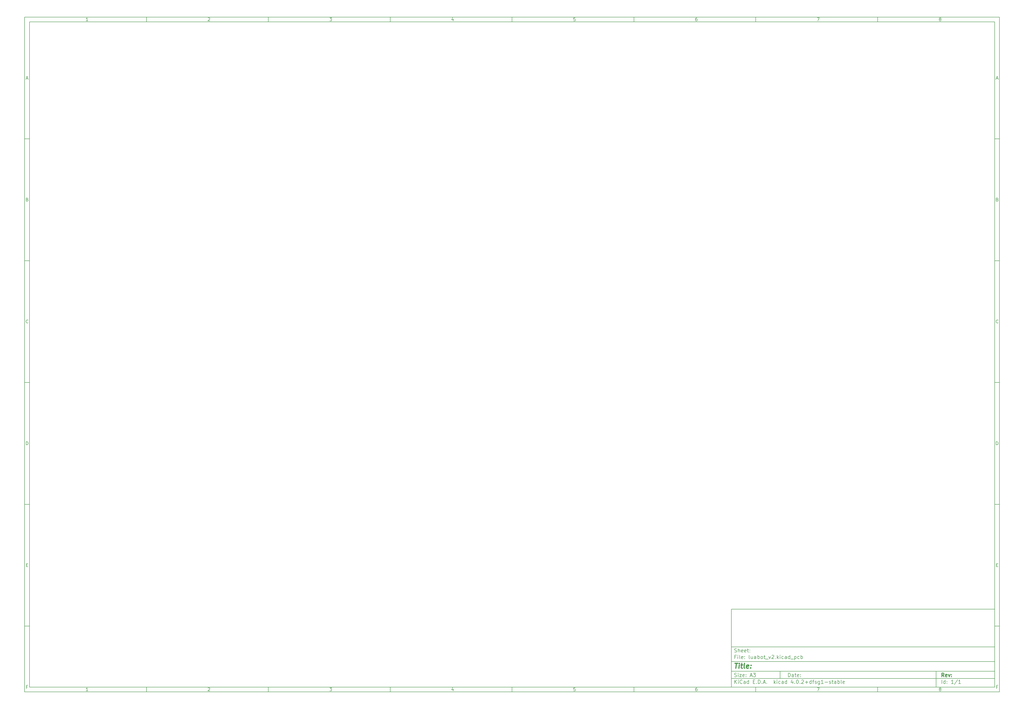
<source format=gbr>
G04 #@! TF.FileFunction,Legend,Bot*
%FSLAX46Y46*%
G04 Gerber Fmt 4.6, Leading zero omitted, Abs format (unit mm)*
G04 Created by KiCad (PCBNEW 4.0.2+dfsg1-stable) date Fri 20 May 2016 01:00:29 PM COT*
%MOMM*%
G01*
G04 APERTURE LIST*
%ADD10C,0.150000*%
%ADD11C,0.300000*%
%ADD12C,0.400000*%
G04 APERTURE END LIST*
D10*
X299989000Y-253002200D02*
X299989000Y-285002200D01*
X407989000Y-285002200D01*
X407989000Y-253002200D01*
X299989000Y-253002200D01*
X10000000Y-10000000D02*
X10000000Y-287002200D01*
X409989000Y-287002200D01*
X409989000Y-10000000D01*
X10000000Y-10000000D01*
X12000000Y-12000000D02*
X12000000Y-285002200D01*
X407989000Y-285002200D01*
X407989000Y-12000000D01*
X12000000Y-12000000D01*
X60000000Y-12000000D02*
X60000000Y-10000000D01*
X110000000Y-12000000D02*
X110000000Y-10000000D01*
X160000000Y-12000000D02*
X160000000Y-10000000D01*
X210000000Y-12000000D02*
X210000000Y-10000000D01*
X260000000Y-12000000D02*
X260000000Y-10000000D01*
X310000000Y-12000000D02*
X310000000Y-10000000D01*
X360000000Y-12000000D02*
X360000000Y-10000000D01*
X35990476Y-11588095D02*
X35247619Y-11588095D01*
X35619048Y-11588095D02*
X35619048Y-10288095D01*
X35495238Y-10473810D01*
X35371429Y-10597619D01*
X35247619Y-10659524D01*
X85247619Y-10411905D02*
X85309524Y-10350000D01*
X85433333Y-10288095D01*
X85742857Y-10288095D01*
X85866667Y-10350000D01*
X85928571Y-10411905D01*
X85990476Y-10535714D01*
X85990476Y-10659524D01*
X85928571Y-10845238D01*
X85185714Y-11588095D01*
X85990476Y-11588095D01*
X135185714Y-10288095D02*
X135990476Y-10288095D01*
X135557143Y-10783333D01*
X135742857Y-10783333D01*
X135866667Y-10845238D01*
X135928571Y-10907143D01*
X135990476Y-11030952D01*
X135990476Y-11340476D01*
X135928571Y-11464286D01*
X135866667Y-11526190D01*
X135742857Y-11588095D01*
X135371429Y-11588095D01*
X135247619Y-11526190D01*
X135185714Y-11464286D01*
X185866667Y-10721429D02*
X185866667Y-11588095D01*
X185557143Y-10226190D02*
X185247619Y-11154762D01*
X186052381Y-11154762D01*
X235928571Y-10288095D02*
X235309524Y-10288095D01*
X235247619Y-10907143D01*
X235309524Y-10845238D01*
X235433333Y-10783333D01*
X235742857Y-10783333D01*
X235866667Y-10845238D01*
X235928571Y-10907143D01*
X235990476Y-11030952D01*
X235990476Y-11340476D01*
X235928571Y-11464286D01*
X235866667Y-11526190D01*
X235742857Y-11588095D01*
X235433333Y-11588095D01*
X235309524Y-11526190D01*
X235247619Y-11464286D01*
X285866667Y-10288095D02*
X285619048Y-10288095D01*
X285495238Y-10350000D01*
X285433333Y-10411905D01*
X285309524Y-10597619D01*
X285247619Y-10845238D01*
X285247619Y-11340476D01*
X285309524Y-11464286D01*
X285371429Y-11526190D01*
X285495238Y-11588095D01*
X285742857Y-11588095D01*
X285866667Y-11526190D01*
X285928571Y-11464286D01*
X285990476Y-11340476D01*
X285990476Y-11030952D01*
X285928571Y-10907143D01*
X285866667Y-10845238D01*
X285742857Y-10783333D01*
X285495238Y-10783333D01*
X285371429Y-10845238D01*
X285309524Y-10907143D01*
X285247619Y-11030952D01*
X335185714Y-10288095D02*
X336052381Y-10288095D01*
X335495238Y-11588095D01*
X385495238Y-10845238D02*
X385371429Y-10783333D01*
X385309524Y-10721429D01*
X385247619Y-10597619D01*
X385247619Y-10535714D01*
X385309524Y-10411905D01*
X385371429Y-10350000D01*
X385495238Y-10288095D01*
X385742857Y-10288095D01*
X385866667Y-10350000D01*
X385928571Y-10411905D01*
X385990476Y-10535714D01*
X385990476Y-10597619D01*
X385928571Y-10721429D01*
X385866667Y-10783333D01*
X385742857Y-10845238D01*
X385495238Y-10845238D01*
X385371429Y-10907143D01*
X385309524Y-10969048D01*
X385247619Y-11092857D01*
X385247619Y-11340476D01*
X385309524Y-11464286D01*
X385371429Y-11526190D01*
X385495238Y-11588095D01*
X385742857Y-11588095D01*
X385866667Y-11526190D01*
X385928571Y-11464286D01*
X385990476Y-11340476D01*
X385990476Y-11092857D01*
X385928571Y-10969048D01*
X385866667Y-10907143D01*
X385742857Y-10845238D01*
X60000000Y-285002200D02*
X60000000Y-287002200D01*
X110000000Y-285002200D02*
X110000000Y-287002200D01*
X160000000Y-285002200D02*
X160000000Y-287002200D01*
X210000000Y-285002200D02*
X210000000Y-287002200D01*
X260000000Y-285002200D02*
X260000000Y-287002200D01*
X310000000Y-285002200D02*
X310000000Y-287002200D01*
X360000000Y-285002200D02*
X360000000Y-287002200D01*
X35990476Y-286590295D02*
X35247619Y-286590295D01*
X35619048Y-286590295D02*
X35619048Y-285290295D01*
X35495238Y-285476010D01*
X35371429Y-285599819D01*
X35247619Y-285661724D01*
X85247619Y-285414105D02*
X85309524Y-285352200D01*
X85433333Y-285290295D01*
X85742857Y-285290295D01*
X85866667Y-285352200D01*
X85928571Y-285414105D01*
X85990476Y-285537914D01*
X85990476Y-285661724D01*
X85928571Y-285847438D01*
X85185714Y-286590295D01*
X85990476Y-286590295D01*
X135185714Y-285290295D02*
X135990476Y-285290295D01*
X135557143Y-285785533D01*
X135742857Y-285785533D01*
X135866667Y-285847438D01*
X135928571Y-285909343D01*
X135990476Y-286033152D01*
X135990476Y-286342676D01*
X135928571Y-286466486D01*
X135866667Y-286528390D01*
X135742857Y-286590295D01*
X135371429Y-286590295D01*
X135247619Y-286528390D01*
X135185714Y-286466486D01*
X185866667Y-285723629D02*
X185866667Y-286590295D01*
X185557143Y-285228390D02*
X185247619Y-286156962D01*
X186052381Y-286156962D01*
X235928571Y-285290295D02*
X235309524Y-285290295D01*
X235247619Y-285909343D01*
X235309524Y-285847438D01*
X235433333Y-285785533D01*
X235742857Y-285785533D01*
X235866667Y-285847438D01*
X235928571Y-285909343D01*
X235990476Y-286033152D01*
X235990476Y-286342676D01*
X235928571Y-286466486D01*
X235866667Y-286528390D01*
X235742857Y-286590295D01*
X235433333Y-286590295D01*
X235309524Y-286528390D01*
X235247619Y-286466486D01*
X285866667Y-285290295D02*
X285619048Y-285290295D01*
X285495238Y-285352200D01*
X285433333Y-285414105D01*
X285309524Y-285599819D01*
X285247619Y-285847438D01*
X285247619Y-286342676D01*
X285309524Y-286466486D01*
X285371429Y-286528390D01*
X285495238Y-286590295D01*
X285742857Y-286590295D01*
X285866667Y-286528390D01*
X285928571Y-286466486D01*
X285990476Y-286342676D01*
X285990476Y-286033152D01*
X285928571Y-285909343D01*
X285866667Y-285847438D01*
X285742857Y-285785533D01*
X285495238Y-285785533D01*
X285371429Y-285847438D01*
X285309524Y-285909343D01*
X285247619Y-286033152D01*
X335185714Y-285290295D02*
X336052381Y-285290295D01*
X335495238Y-286590295D01*
X385495238Y-285847438D02*
X385371429Y-285785533D01*
X385309524Y-285723629D01*
X385247619Y-285599819D01*
X385247619Y-285537914D01*
X385309524Y-285414105D01*
X385371429Y-285352200D01*
X385495238Y-285290295D01*
X385742857Y-285290295D01*
X385866667Y-285352200D01*
X385928571Y-285414105D01*
X385990476Y-285537914D01*
X385990476Y-285599819D01*
X385928571Y-285723629D01*
X385866667Y-285785533D01*
X385742857Y-285847438D01*
X385495238Y-285847438D01*
X385371429Y-285909343D01*
X385309524Y-285971248D01*
X385247619Y-286095057D01*
X385247619Y-286342676D01*
X385309524Y-286466486D01*
X385371429Y-286528390D01*
X385495238Y-286590295D01*
X385742857Y-286590295D01*
X385866667Y-286528390D01*
X385928571Y-286466486D01*
X385990476Y-286342676D01*
X385990476Y-286095057D01*
X385928571Y-285971248D01*
X385866667Y-285909343D01*
X385742857Y-285847438D01*
X10000000Y-60000000D02*
X12000000Y-60000000D01*
X10000000Y-110000000D02*
X12000000Y-110000000D01*
X10000000Y-160000000D02*
X12000000Y-160000000D01*
X10000000Y-210000000D02*
X12000000Y-210000000D01*
X10000000Y-260000000D02*
X12000000Y-260000000D01*
X10690476Y-35216667D02*
X11309524Y-35216667D01*
X10566667Y-35588095D02*
X11000000Y-34288095D01*
X11433333Y-35588095D01*
X11092857Y-84907143D02*
X11278571Y-84969048D01*
X11340476Y-85030952D01*
X11402381Y-85154762D01*
X11402381Y-85340476D01*
X11340476Y-85464286D01*
X11278571Y-85526190D01*
X11154762Y-85588095D01*
X10659524Y-85588095D01*
X10659524Y-84288095D01*
X11092857Y-84288095D01*
X11216667Y-84350000D01*
X11278571Y-84411905D01*
X11340476Y-84535714D01*
X11340476Y-84659524D01*
X11278571Y-84783333D01*
X11216667Y-84845238D01*
X11092857Y-84907143D01*
X10659524Y-84907143D01*
X11402381Y-135464286D02*
X11340476Y-135526190D01*
X11154762Y-135588095D01*
X11030952Y-135588095D01*
X10845238Y-135526190D01*
X10721429Y-135402381D01*
X10659524Y-135278571D01*
X10597619Y-135030952D01*
X10597619Y-134845238D01*
X10659524Y-134597619D01*
X10721429Y-134473810D01*
X10845238Y-134350000D01*
X11030952Y-134288095D01*
X11154762Y-134288095D01*
X11340476Y-134350000D01*
X11402381Y-134411905D01*
X10659524Y-185588095D02*
X10659524Y-184288095D01*
X10969048Y-184288095D01*
X11154762Y-184350000D01*
X11278571Y-184473810D01*
X11340476Y-184597619D01*
X11402381Y-184845238D01*
X11402381Y-185030952D01*
X11340476Y-185278571D01*
X11278571Y-185402381D01*
X11154762Y-185526190D01*
X10969048Y-185588095D01*
X10659524Y-185588095D01*
X10721429Y-234907143D02*
X11154762Y-234907143D01*
X11340476Y-235588095D02*
X10721429Y-235588095D01*
X10721429Y-234288095D01*
X11340476Y-234288095D01*
X11185714Y-284907143D02*
X10752381Y-284907143D01*
X10752381Y-285588095D02*
X10752381Y-284288095D01*
X11371428Y-284288095D01*
X409989000Y-60000000D02*
X407989000Y-60000000D01*
X409989000Y-110000000D02*
X407989000Y-110000000D01*
X409989000Y-160000000D02*
X407989000Y-160000000D01*
X409989000Y-210000000D02*
X407989000Y-210000000D01*
X409989000Y-260000000D02*
X407989000Y-260000000D01*
X408679476Y-35216667D02*
X409298524Y-35216667D01*
X408555667Y-35588095D02*
X408989000Y-34288095D01*
X409422333Y-35588095D01*
X409081857Y-84907143D02*
X409267571Y-84969048D01*
X409329476Y-85030952D01*
X409391381Y-85154762D01*
X409391381Y-85340476D01*
X409329476Y-85464286D01*
X409267571Y-85526190D01*
X409143762Y-85588095D01*
X408648524Y-85588095D01*
X408648524Y-84288095D01*
X409081857Y-84288095D01*
X409205667Y-84350000D01*
X409267571Y-84411905D01*
X409329476Y-84535714D01*
X409329476Y-84659524D01*
X409267571Y-84783333D01*
X409205667Y-84845238D01*
X409081857Y-84907143D01*
X408648524Y-84907143D01*
X409391381Y-135464286D02*
X409329476Y-135526190D01*
X409143762Y-135588095D01*
X409019952Y-135588095D01*
X408834238Y-135526190D01*
X408710429Y-135402381D01*
X408648524Y-135278571D01*
X408586619Y-135030952D01*
X408586619Y-134845238D01*
X408648524Y-134597619D01*
X408710429Y-134473810D01*
X408834238Y-134350000D01*
X409019952Y-134288095D01*
X409143762Y-134288095D01*
X409329476Y-134350000D01*
X409391381Y-134411905D01*
X408648524Y-185588095D02*
X408648524Y-184288095D01*
X408958048Y-184288095D01*
X409143762Y-184350000D01*
X409267571Y-184473810D01*
X409329476Y-184597619D01*
X409391381Y-184845238D01*
X409391381Y-185030952D01*
X409329476Y-185278571D01*
X409267571Y-185402381D01*
X409143762Y-185526190D01*
X408958048Y-185588095D01*
X408648524Y-185588095D01*
X408710429Y-234907143D02*
X409143762Y-234907143D01*
X409329476Y-235588095D02*
X408710429Y-235588095D01*
X408710429Y-234288095D01*
X409329476Y-234288095D01*
X409174714Y-284907143D02*
X408741381Y-284907143D01*
X408741381Y-285588095D02*
X408741381Y-284288095D01*
X409360428Y-284288095D01*
X323346143Y-280780771D02*
X323346143Y-279280771D01*
X323703286Y-279280771D01*
X323917571Y-279352200D01*
X324060429Y-279495057D01*
X324131857Y-279637914D01*
X324203286Y-279923629D01*
X324203286Y-280137914D01*
X324131857Y-280423629D01*
X324060429Y-280566486D01*
X323917571Y-280709343D01*
X323703286Y-280780771D01*
X323346143Y-280780771D01*
X325489000Y-280780771D02*
X325489000Y-279995057D01*
X325417571Y-279852200D01*
X325274714Y-279780771D01*
X324989000Y-279780771D01*
X324846143Y-279852200D01*
X325489000Y-280709343D02*
X325346143Y-280780771D01*
X324989000Y-280780771D01*
X324846143Y-280709343D01*
X324774714Y-280566486D01*
X324774714Y-280423629D01*
X324846143Y-280280771D01*
X324989000Y-280209343D01*
X325346143Y-280209343D01*
X325489000Y-280137914D01*
X325989000Y-279780771D02*
X326560429Y-279780771D01*
X326203286Y-279280771D02*
X326203286Y-280566486D01*
X326274714Y-280709343D01*
X326417572Y-280780771D01*
X326560429Y-280780771D01*
X327631857Y-280709343D02*
X327489000Y-280780771D01*
X327203286Y-280780771D01*
X327060429Y-280709343D01*
X326989000Y-280566486D01*
X326989000Y-279995057D01*
X327060429Y-279852200D01*
X327203286Y-279780771D01*
X327489000Y-279780771D01*
X327631857Y-279852200D01*
X327703286Y-279995057D01*
X327703286Y-280137914D01*
X326989000Y-280280771D01*
X328346143Y-280637914D02*
X328417571Y-280709343D01*
X328346143Y-280780771D01*
X328274714Y-280709343D01*
X328346143Y-280637914D01*
X328346143Y-280780771D01*
X328346143Y-279852200D02*
X328417571Y-279923629D01*
X328346143Y-279995057D01*
X328274714Y-279923629D01*
X328346143Y-279852200D01*
X328346143Y-279995057D01*
X299989000Y-281502200D02*
X407989000Y-281502200D01*
X301346143Y-283580771D02*
X301346143Y-282080771D01*
X302203286Y-283580771D02*
X301560429Y-282723629D01*
X302203286Y-282080771D02*
X301346143Y-282937914D01*
X302846143Y-283580771D02*
X302846143Y-282580771D01*
X302846143Y-282080771D02*
X302774714Y-282152200D01*
X302846143Y-282223629D01*
X302917571Y-282152200D01*
X302846143Y-282080771D01*
X302846143Y-282223629D01*
X304417572Y-283437914D02*
X304346143Y-283509343D01*
X304131857Y-283580771D01*
X303989000Y-283580771D01*
X303774715Y-283509343D01*
X303631857Y-283366486D01*
X303560429Y-283223629D01*
X303489000Y-282937914D01*
X303489000Y-282723629D01*
X303560429Y-282437914D01*
X303631857Y-282295057D01*
X303774715Y-282152200D01*
X303989000Y-282080771D01*
X304131857Y-282080771D01*
X304346143Y-282152200D01*
X304417572Y-282223629D01*
X305703286Y-283580771D02*
X305703286Y-282795057D01*
X305631857Y-282652200D01*
X305489000Y-282580771D01*
X305203286Y-282580771D01*
X305060429Y-282652200D01*
X305703286Y-283509343D02*
X305560429Y-283580771D01*
X305203286Y-283580771D01*
X305060429Y-283509343D01*
X304989000Y-283366486D01*
X304989000Y-283223629D01*
X305060429Y-283080771D01*
X305203286Y-283009343D01*
X305560429Y-283009343D01*
X305703286Y-282937914D01*
X307060429Y-283580771D02*
X307060429Y-282080771D01*
X307060429Y-283509343D02*
X306917572Y-283580771D01*
X306631858Y-283580771D01*
X306489000Y-283509343D01*
X306417572Y-283437914D01*
X306346143Y-283295057D01*
X306346143Y-282866486D01*
X306417572Y-282723629D01*
X306489000Y-282652200D01*
X306631858Y-282580771D01*
X306917572Y-282580771D01*
X307060429Y-282652200D01*
X308917572Y-282795057D02*
X309417572Y-282795057D01*
X309631858Y-283580771D02*
X308917572Y-283580771D01*
X308917572Y-282080771D01*
X309631858Y-282080771D01*
X310274715Y-283437914D02*
X310346143Y-283509343D01*
X310274715Y-283580771D01*
X310203286Y-283509343D01*
X310274715Y-283437914D01*
X310274715Y-283580771D01*
X310989001Y-283580771D02*
X310989001Y-282080771D01*
X311346144Y-282080771D01*
X311560429Y-282152200D01*
X311703287Y-282295057D01*
X311774715Y-282437914D01*
X311846144Y-282723629D01*
X311846144Y-282937914D01*
X311774715Y-283223629D01*
X311703287Y-283366486D01*
X311560429Y-283509343D01*
X311346144Y-283580771D01*
X310989001Y-283580771D01*
X312489001Y-283437914D02*
X312560429Y-283509343D01*
X312489001Y-283580771D01*
X312417572Y-283509343D01*
X312489001Y-283437914D01*
X312489001Y-283580771D01*
X313131858Y-283152200D02*
X313846144Y-283152200D01*
X312989001Y-283580771D02*
X313489001Y-282080771D01*
X313989001Y-283580771D01*
X314489001Y-283437914D02*
X314560429Y-283509343D01*
X314489001Y-283580771D01*
X314417572Y-283509343D01*
X314489001Y-283437914D01*
X314489001Y-283580771D01*
X317489001Y-283580771D02*
X317489001Y-282080771D01*
X317631858Y-283009343D02*
X318060429Y-283580771D01*
X318060429Y-282580771D02*
X317489001Y-283152200D01*
X318703287Y-283580771D02*
X318703287Y-282580771D01*
X318703287Y-282080771D02*
X318631858Y-282152200D01*
X318703287Y-282223629D01*
X318774715Y-282152200D01*
X318703287Y-282080771D01*
X318703287Y-282223629D01*
X320060430Y-283509343D02*
X319917573Y-283580771D01*
X319631859Y-283580771D01*
X319489001Y-283509343D01*
X319417573Y-283437914D01*
X319346144Y-283295057D01*
X319346144Y-282866486D01*
X319417573Y-282723629D01*
X319489001Y-282652200D01*
X319631859Y-282580771D01*
X319917573Y-282580771D01*
X320060430Y-282652200D01*
X321346144Y-283580771D02*
X321346144Y-282795057D01*
X321274715Y-282652200D01*
X321131858Y-282580771D01*
X320846144Y-282580771D01*
X320703287Y-282652200D01*
X321346144Y-283509343D02*
X321203287Y-283580771D01*
X320846144Y-283580771D01*
X320703287Y-283509343D01*
X320631858Y-283366486D01*
X320631858Y-283223629D01*
X320703287Y-283080771D01*
X320846144Y-283009343D01*
X321203287Y-283009343D01*
X321346144Y-282937914D01*
X322703287Y-283580771D02*
X322703287Y-282080771D01*
X322703287Y-283509343D02*
X322560430Y-283580771D01*
X322274716Y-283580771D01*
X322131858Y-283509343D01*
X322060430Y-283437914D01*
X321989001Y-283295057D01*
X321989001Y-282866486D01*
X322060430Y-282723629D01*
X322131858Y-282652200D01*
X322274716Y-282580771D01*
X322560430Y-282580771D01*
X322703287Y-282652200D01*
X325203287Y-282580771D02*
X325203287Y-283580771D01*
X324846144Y-282009343D02*
X324489001Y-283080771D01*
X325417573Y-283080771D01*
X325989001Y-283437914D02*
X326060429Y-283509343D01*
X325989001Y-283580771D01*
X325917572Y-283509343D01*
X325989001Y-283437914D01*
X325989001Y-283580771D01*
X326989001Y-282080771D02*
X327131858Y-282080771D01*
X327274715Y-282152200D01*
X327346144Y-282223629D01*
X327417573Y-282366486D01*
X327489001Y-282652200D01*
X327489001Y-283009343D01*
X327417573Y-283295057D01*
X327346144Y-283437914D01*
X327274715Y-283509343D01*
X327131858Y-283580771D01*
X326989001Y-283580771D01*
X326846144Y-283509343D01*
X326774715Y-283437914D01*
X326703287Y-283295057D01*
X326631858Y-283009343D01*
X326631858Y-282652200D01*
X326703287Y-282366486D01*
X326774715Y-282223629D01*
X326846144Y-282152200D01*
X326989001Y-282080771D01*
X328131858Y-283437914D02*
X328203286Y-283509343D01*
X328131858Y-283580771D01*
X328060429Y-283509343D01*
X328131858Y-283437914D01*
X328131858Y-283580771D01*
X328774715Y-282223629D02*
X328846144Y-282152200D01*
X328989001Y-282080771D01*
X329346144Y-282080771D01*
X329489001Y-282152200D01*
X329560430Y-282223629D01*
X329631858Y-282366486D01*
X329631858Y-282509343D01*
X329560430Y-282723629D01*
X328703287Y-283580771D01*
X329631858Y-283580771D01*
X330274715Y-283009343D02*
X331417572Y-283009343D01*
X330846143Y-283580771D02*
X330846143Y-282437914D01*
X332774715Y-283580771D02*
X332774715Y-282080771D01*
X332774715Y-283509343D02*
X332631858Y-283580771D01*
X332346144Y-283580771D01*
X332203286Y-283509343D01*
X332131858Y-283437914D01*
X332060429Y-283295057D01*
X332060429Y-282866486D01*
X332131858Y-282723629D01*
X332203286Y-282652200D01*
X332346144Y-282580771D01*
X332631858Y-282580771D01*
X332774715Y-282652200D01*
X333274715Y-282580771D02*
X333846144Y-282580771D01*
X333489001Y-283580771D02*
X333489001Y-282295057D01*
X333560429Y-282152200D01*
X333703287Y-282080771D01*
X333846144Y-282080771D01*
X334274715Y-283509343D02*
X334417572Y-283580771D01*
X334703287Y-283580771D01*
X334846144Y-283509343D01*
X334917572Y-283366486D01*
X334917572Y-283295057D01*
X334846144Y-283152200D01*
X334703287Y-283080771D01*
X334489001Y-283080771D01*
X334346144Y-283009343D01*
X334274715Y-282866486D01*
X334274715Y-282795057D01*
X334346144Y-282652200D01*
X334489001Y-282580771D01*
X334703287Y-282580771D01*
X334846144Y-282652200D01*
X336203287Y-282580771D02*
X336203287Y-283795057D01*
X336131858Y-283937914D01*
X336060430Y-284009343D01*
X335917573Y-284080771D01*
X335703287Y-284080771D01*
X335560430Y-284009343D01*
X336203287Y-283509343D02*
X336060430Y-283580771D01*
X335774716Y-283580771D01*
X335631858Y-283509343D01*
X335560430Y-283437914D01*
X335489001Y-283295057D01*
X335489001Y-282866486D01*
X335560430Y-282723629D01*
X335631858Y-282652200D01*
X335774716Y-282580771D01*
X336060430Y-282580771D01*
X336203287Y-282652200D01*
X337703287Y-283580771D02*
X336846144Y-283580771D01*
X337274716Y-283580771D02*
X337274716Y-282080771D01*
X337131859Y-282295057D01*
X336989001Y-282437914D01*
X336846144Y-282509343D01*
X338346144Y-283009343D02*
X339489001Y-283009343D01*
X340131858Y-283509343D02*
X340274715Y-283580771D01*
X340560430Y-283580771D01*
X340703287Y-283509343D01*
X340774715Y-283366486D01*
X340774715Y-283295057D01*
X340703287Y-283152200D01*
X340560430Y-283080771D01*
X340346144Y-283080771D01*
X340203287Y-283009343D01*
X340131858Y-282866486D01*
X340131858Y-282795057D01*
X340203287Y-282652200D01*
X340346144Y-282580771D01*
X340560430Y-282580771D01*
X340703287Y-282652200D01*
X341203287Y-282580771D02*
X341774716Y-282580771D01*
X341417573Y-282080771D02*
X341417573Y-283366486D01*
X341489001Y-283509343D01*
X341631859Y-283580771D01*
X341774716Y-283580771D01*
X342917573Y-283580771D02*
X342917573Y-282795057D01*
X342846144Y-282652200D01*
X342703287Y-282580771D01*
X342417573Y-282580771D01*
X342274716Y-282652200D01*
X342917573Y-283509343D02*
X342774716Y-283580771D01*
X342417573Y-283580771D01*
X342274716Y-283509343D01*
X342203287Y-283366486D01*
X342203287Y-283223629D01*
X342274716Y-283080771D01*
X342417573Y-283009343D01*
X342774716Y-283009343D01*
X342917573Y-282937914D01*
X343631859Y-283580771D02*
X343631859Y-282080771D01*
X343631859Y-282652200D02*
X343774716Y-282580771D01*
X344060430Y-282580771D01*
X344203287Y-282652200D01*
X344274716Y-282723629D01*
X344346145Y-282866486D01*
X344346145Y-283295057D01*
X344274716Y-283437914D01*
X344203287Y-283509343D01*
X344060430Y-283580771D01*
X343774716Y-283580771D01*
X343631859Y-283509343D01*
X345203288Y-283580771D02*
X345060430Y-283509343D01*
X344989002Y-283366486D01*
X344989002Y-282080771D01*
X346346144Y-283509343D02*
X346203287Y-283580771D01*
X345917573Y-283580771D01*
X345774716Y-283509343D01*
X345703287Y-283366486D01*
X345703287Y-282795057D01*
X345774716Y-282652200D01*
X345917573Y-282580771D01*
X346203287Y-282580771D01*
X346346144Y-282652200D01*
X346417573Y-282795057D01*
X346417573Y-282937914D01*
X345703287Y-283080771D01*
X299989000Y-278502200D02*
X407989000Y-278502200D01*
D11*
X387203286Y-280780771D02*
X386703286Y-280066486D01*
X386346143Y-280780771D02*
X386346143Y-279280771D01*
X386917571Y-279280771D01*
X387060429Y-279352200D01*
X387131857Y-279423629D01*
X387203286Y-279566486D01*
X387203286Y-279780771D01*
X387131857Y-279923629D01*
X387060429Y-279995057D01*
X386917571Y-280066486D01*
X386346143Y-280066486D01*
X388417571Y-280709343D02*
X388274714Y-280780771D01*
X387989000Y-280780771D01*
X387846143Y-280709343D01*
X387774714Y-280566486D01*
X387774714Y-279995057D01*
X387846143Y-279852200D01*
X387989000Y-279780771D01*
X388274714Y-279780771D01*
X388417571Y-279852200D01*
X388489000Y-279995057D01*
X388489000Y-280137914D01*
X387774714Y-280280771D01*
X388989000Y-279780771D02*
X389346143Y-280780771D01*
X389703285Y-279780771D01*
X390274714Y-280637914D02*
X390346142Y-280709343D01*
X390274714Y-280780771D01*
X390203285Y-280709343D01*
X390274714Y-280637914D01*
X390274714Y-280780771D01*
X390274714Y-279852200D02*
X390346142Y-279923629D01*
X390274714Y-279995057D01*
X390203285Y-279923629D01*
X390274714Y-279852200D01*
X390274714Y-279995057D01*
D10*
X301274714Y-280709343D02*
X301489000Y-280780771D01*
X301846143Y-280780771D01*
X301989000Y-280709343D01*
X302060429Y-280637914D01*
X302131857Y-280495057D01*
X302131857Y-280352200D01*
X302060429Y-280209343D01*
X301989000Y-280137914D01*
X301846143Y-280066486D01*
X301560429Y-279995057D01*
X301417571Y-279923629D01*
X301346143Y-279852200D01*
X301274714Y-279709343D01*
X301274714Y-279566486D01*
X301346143Y-279423629D01*
X301417571Y-279352200D01*
X301560429Y-279280771D01*
X301917571Y-279280771D01*
X302131857Y-279352200D01*
X302774714Y-280780771D02*
X302774714Y-279780771D01*
X302774714Y-279280771D02*
X302703285Y-279352200D01*
X302774714Y-279423629D01*
X302846142Y-279352200D01*
X302774714Y-279280771D01*
X302774714Y-279423629D01*
X303346143Y-279780771D02*
X304131857Y-279780771D01*
X303346143Y-280780771D01*
X304131857Y-280780771D01*
X305274714Y-280709343D02*
X305131857Y-280780771D01*
X304846143Y-280780771D01*
X304703286Y-280709343D01*
X304631857Y-280566486D01*
X304631857Y-279995057D01*
X304703286Y-279852200D01*
X304846143Y-279780771D01*
X305131857Y-279780771D01*
X305274714Y-279852200D01*
X305346143Y-279995057D01*
X305346143Y-280137914D01*
X304631857Y-280280771D01*
X305989000Y-280637914D02*
X306060428Y-280709343D01*
X305989000Y-280780771D01*
X305917571Y-280709343D01*
X305989000Y-280637914D01*
X305989000Y-280780771D01*
X305989000Y-279852200D02*
X306060428Y-279923629D01*
X305989000Y-279995057D01*
X305917571Y-279923629D01*
X305989000Y-279852200D01*
X305989000Y-279995057D01*
X307774714Y-280352200D02*
X308489000Y-280352200D01*
X307631857Y-280780771D02*
X308131857Y-279280771D01*
X308631857Y-280780771D01*
X308989000Y-279280771D02*
X309917571Y-279280771D01*
X309417571Y-279852200D01*
X309631857Y-279852200D01*
X309774714Y-279923629D01*
X309846143Y-279995057D01*
X309917571Y-280137914D01*
X309917571Y-280495057D01*
X309846143Y-280637914D01*
X309774714Y-280709343D01*
X309631857Y-280780771D01*
X309203285Y-280780771D01*
X309060428Y-280709343D01*
X308989000Y-280637914D01*
X386346143Y-283580771D02*
X386346143Y-282080771D01*
X387703286Y-283580771D02*
X387703286Y-282080771D01*
X387703286Y-283509343D02*
X387560429Y-283580771D01*
X387274715Y-283580771D01*
X387131857Y-283509343D01*
X387060429Y-283437914D01*
X386989000Y-283295057D01*
X386989000Y-282866486D01*
X387060429Y-282723629D01*
X387131857Y-282652200D01*
X387274715Y-282580771D01*
X387560429Y-282580771D01*
X387703286Y-282652200D01*
X388417572Y-283437914D02*
X388489000Y-283509343D01*
X388417572Y-283580771D01*
X388346143Y-283509343D01*
X388417572Y-283437914D01*
X388417572Y-283580771D01*
X388417572Y-282652200D02*
X388489000Y-282723629D01*
X388417572Y-282795057D01*
X388346143Y-282723629D01*
X388417572Y-282652200D01*
X388417572Y-282795057D01*
X391060429Y-283580771D02*
X390203286Y-283580771D01*
X390631858Y-283580771D02*
X390631858Y-282080771D01*
X390489001Y-282295057D01*
X390346143Y-282437914D01*
X390203286Y-282509343D01*
X392774714Y-282009343D02*
X391489000Y-283937914D01*
X394060429Y-283580771D02*
X393203286Y-283580771D01*
X393631858Y-283580771D02*
X393631858Y-282080771D01*
X393489001Y-282295057D01*
X393346143Y-282437914D01*
X393203286Y-282509343D01*
X299989000Y-274502200D02*
X407989000Y-274502200D01*
D12*
X301441381Y-275206962D02*
X302584238Y-275206962D01*
X301762810Y-277206962D02*
X302012810Y-275206962D01*
X303000905Y-277206962D02*
X303167571Y-275873629D01*
X303250905Y-275206962D02*
X303143762Y-275302200D01*
X303227095Y-275397438D01*
X303334239Y-275302200D01*
X303250905Y-275206962D01*
X303227095Y-275397438D01*
X303834238Y-275873629D02*
X304596143Y-275873629D01*
X304203286Y-275206962D02*
X303989000Y-276921248D01*
X304060430Y-277111724D01*
X304239001Y-277206962D01*
X304429477Y-277206962D01*
X305381858Y-277206962D02*
X305203287Y-277111724D01*
X305131857Y-276921248D01*
X305346143Y-275206962D01*
X306917572Y-277111724D02*
X306715191Y-277206962D01*
X306334239Y-277206962D01*
X306155667Y-277111724D01*
X306084238Y-276921248D01*
X306179476Y-276159343D01*
X306298524Y-275968867D01*
X306500905Y-275873629D01*
X306881857Y-275873629D01*
X307060429Y-275968867D01*
X307131857Y-276159343D01*
X307108048Y-276349819D01*
X306131857Y-276540295D01*
X307881857Y-277016486D02*
X307965192Y-277111724D01*
X307858048Y-277206962D01*
X307774715Y-277111724D01*
X307881857Y-277016486D01*
X307858048Y-277206962D01*
X308012810Y-275968867D02*
X308096144Y-276064105D01*
X307989000Y-276159343D01*
X307905667Y-276064105D01*
X308012810Y-275968867D01*
X307989000Y-276159343D01*
D10*
X301846143Y-272595057D02*
X301346143Y-272595057D01*
X301346143Y-273380771D02*
X301346143Y-271880771D01*
X302060429Y-271880771D01*
X302631857Y-273380771D02*
X302631857Y-272380771D01*
X302631857Y-271880771D02*
X302560428Y-271952200D01*
X302631857Y-272023629D01*
X302703285Y-271952200D01*
X302631857Y-271880771D01*
X302631857Y-272023629D01*
X303560429Y-273380771D02*
X303417571Y-273309343D01*
X303346143Y-273166486D01*
X303346143Y-271880771D01*
X304703285Y-273309343D02*
X304560428Y-273380771D01*
X304274714Y-273380771D01*
X304131857Y-273309343D01*
X304060428Y-273166486D01*
X304060428Y-272595057D01*
X304131857Y-272452200D01*
X304274714Y-272380771D01*
X304560428Y-272380771D01*
X304703285Y-272452200D01*
X304774714Y-272595057D01*
X304774714Y-272737914D01*
X304060428Y-272880771D01*
X305417571Y-273237914D02*
X305488999Y-273309343D01*
X305417571Y-273380771D01*
X305346142Y-273309343D01*
X305417571Y-273237914D01*
X305417571Y-273380771D01*
X305417571Y-272452200D02*
X305488999Y-272523629D01*
X305417571Y-272595057D01*
X305346142Y-272523629D01*
X305417571Y-272452200D01*
X305417571Y-272595057D01*
X307489000Y-273380771D02*
X307346142Y-273309343D01*
X307274714Y-273166486D01*
X307274714Y-271880771D01*
X308703285Y-272380771D02*
X308703285Y-273380771D01*
X308060428Y-272380771D02*
X308060428Y-273166486D01*
X308131856Y-273309343D01*
X308274714Y-273380771D01*
X308488999Y-273380771D01*
X308631856Y-273309343D01*
X308703285Y-273237914D01*
X310060428Y-273380771D02*
X310060428Y-272595057D01*
X309988999Y-272452200D01*
X309846142Y-272380771D01*
X309560428Y-272380771D01*
X309417571Y-272452200D01*
X310060428Y-273309343D02*
X309917571Y-273380771D01*
X309560428Y-273380771D01*
X309417571Y-273309343D01*
X309346142Y-273166486D01*
X309346142Y-273023629D01*
X309417571Y-272880771D01*
X309560428Y-272809343D01*
X309917571Y-272809343D01*
X310060428Y-272737914D01*
X310774714Y-273380771D02*
X310774714Y-271880771D01*
X310774714Y-272452200D02*
X310917571Y-272380771D01*
X311203285Y-272380771D01*
X311346142Y-272452200D01*
X311417571Y-272523629D01*
X311489000Y-272666486D01*
X311489000Y-273095057D01*
X311417571Y-273237914D01*
X311346142Y-273309343D01*
X311203285Y-273380771D01*
X310917571Y-273380771D01*
X310774714Y-273309343D01*
X312346143Y-273380771D02*
X312203285Y-273309343D01*
X312131857Y-273237914D01*
X312060428Y-273095057D01*
X312060428Y-272666486D01*
X312131857Y-272523629D01*
X312203285Y-272452200D01*
X312346143Y-272380771D01*
X312560428Y-272380771D01*
X312703285Y-272452200D01*
X312774714Y-272523629D01*
X312846143Y-272666486D01*
X312846143Y-273095057D01*
X312774714Y-273237914D01*
X312703285Y-273309343D01*
X312560428Y-273380771D01*
X312346143Y-273380771D01*
X313274714Y-272380771D02*
X313846143Y-272380771D01*
X313489000Y-271880771D02*
X313489000Y-273166486D01*
X313560428Y-273309343D01*
X313703286Y-273380771D01*
X313846143Y-273380771D01*
X313989000Y-273523629D02*
X315131857Y-273523629D01*
X315346143Y-272380771D02*
X315703286Y-273380771D01*
X316060428Y-272380771D01*
X316560428Y-272023629D02*
X316631857Y-271952200D01*
X316774714Y-271880771D01*
X317131857Y-271880771D01*
X317274714Y-271952200D01*
X317346143Y-272023629D01*
X317417571Y-272166486D01*
X317417571Y-272309343D01*
X317346143Y-272523629D01*
X316489000Y-273380771D01*
X317417571Y-273380771D01*
X318060428Y-273237914D02*
X318131856Y-273309343D01*
X318060428Y-273380771D01*
X317988999Y-273309343D01*
X318060428Y-273237914D01*
X318060428Y-273380771D01*
X318774714Y-273380771D02*
X318774714Y-271880771D01*
X318917571Y-272809343D02*
X319346142Y-273380771D01*
X319346142Y-272380771D02*
X318774714Y-272952200D01*
X319989000Y-273380771D02*
X319989000Y-272380771D01*
X319989000Y-271880771D02*
X319917571Y-271952200D01*
X319989000Y-272023629D01*
X320060428Y-271952200D01*
X319989000Y-271880771D01*
X319989000Y-272023629D01*
X321346143Y-273309343D02*
X321203286Y-273380771D01*
X320917572Y-273380771D01*
X320774714Y-273309343D01*
X320703286Y-273237914D01*
X320631857Y-273095057D01*
X320631857Y-272666486D01*
X320703286Y-272523629D01*
X320774714Y-272452200D01*
X320917572Y-272380771D01*
X321203286Y-272380771D01*
X321346143Y-272452200D01*
X322631857Y-273380771D02*
X322631857Y-272595057D01*
X322560428Y-272452200D01*
X322417571Y-272380771D01*
X322131857Y-272380771D01*
X321989000Y-272452200D01*
X322631857Y-273309343D02*
X322489000Y-273380771D01*
X322131857Y-273380771D01*
X321989000Y-273309343D01*
X321917571Y-273166486D01*
X321917571Y-273023629D01*
X321989000Y-272880771D01*
X322131857Y-272809343D01*
X322489000Y-272809343D01*
X322631857Y-272737914D01*
X323989000Y-273380771D02*
X323989000Y-271880771D01*
X323989000Y-273309343D02*
X323846143Y-273380771D01*
X323560429Y-273380771D01*
X323417571Y-273309343D01*
X323346143Y-273237914D01*
X323274714Y-273095057D01*
X323274714Y-272666486D01*
X323346143Y-272523629D01*
X323417571Y-272452200D01*
X323560429Y-272380771D01*
X323846143Y-272380771D01*
X323989000Y-272452200D01*
X324346143Y-273523629D02*
X325489000Y-273523629D01*
X325846143Y-272380771D02*
X325846143Y-273880771D01*
X325846143Y-272452200D02*
X325989000Y-272380771D01*
X326274714Y-272380771D01*
X326417571Y-272452200D01*
X326489000Y-272523629D01*
X326560429Y-272666486D01*
X326560429Y-273095057D01*
X326489000Y-273237914D01*
X326417571Y-273309343D01*
X326274714Y-273380771D01*
X325989000Y-273380771D01*
X325846143Y-273309343D01*
X327846143Y-273309343D02*
X327703286Y-273380771D01*
X327417572Y-273380771D01*
X327274714Y-273309343D01*
X327203286Y-273237914D01*
X327131857Y-273095057D01*
X327131857Y-272666486D01*
X327203286Y-272523629D01*
X327274714Y-272452200D01*
X327417572Y-272380771D01*
X327703286Y-272380771D01*
X327846143Y-272452200D01*
X328489000Y-273380771D02*
X328489000Y-271880771D01*
X328489000Y-272452200D02*
X328631857Y-272380771D01*
X328917571Y-272380771D01*
X329060428Y-272452200D01*
X329131857Y-272523629D01*
X329203286Y-272666486D01*
X329203286Y-273095057D01*
X329131857Y-273237914D01*
X329060428Y-273309343D01*
X328917571Y-273380771D01*
X328631857Y-273380771D01*
X328489000Y-273309343D01*
X299989000Y-268502200D02*
X407989000Y-268502200D01*
X301274714Y-270609343D02*
X301489000Y-270680771D01*
X301846143Y-270680771D01*
X301989000Y-270609343D01*
X302060429Y-270537914D01*
X302131857Y-270395057D01*
X302131857Y-270252200D01*
X302060429Y-270109343D01*
X301989000Y-270037914D01*
X301846143Y-269966486D01*
X301560429Y-269895057D01*
X301417571Y-269823629D01*
X301346143Y-269752200D01*
X301274714Y-269609343D01*
X301274714Y-269466486D01*
X301346143Y-269323629D01*
X301417571Y-269252200D01*
X301560429Y-269180771D01*
X301917571Y-269180771D01*
X302131857Y-269252200D01*
X302774714Y-270680771D02*
X302774714Y-269180771D01*
X303417571Y-270680771D02*
X303417571Y-269895057D01*
X303346142Y-269752200D01*
X303203285Y-269680771D01*
X302989000Y-269680771D01*
X302846142Y-269752200D01*
X302774714Y-269823629D01*
X304703285Y-270609343D02*
X304560428Y-270680771D01*
X304274714Y-270680771D01*
X304131857Y-270609343D01*
X304060428Y-270466486D01*
X304060428Y-269895057D01*
X304131857Y-269752200D01*
X304274714Y-269680771D01*
X304560428Y-269680771D01*
X304703285Y-269752200D01*
X304774714Y-269895057D01*
X304774714Y-270037914D01*
X304060428Y-270180771D01*
X305988999Y-270609343D02*
X305846142Y-270680771D01*
X305560428Y-270680771D01*
X305417571Y-270609343D01*
X305346142Y-270466486D01*
X305346142Y-269895057D01*
X305417571Y-269752200D01*
X305560428Y-269680771D01*
X305846142Y-269680771D01*
X305988999Y-269752200D01*
X306060428Y-269895057D01*
X306060428Y-270037914D01*
X305346142Y-270180771D01*
X306488999Y-269680771D02*
X307060428Y-269680771D01*
X306703285Y-269180771D02*
X306703285Y-270466486D01*
X306774713Y-270609343D01*
X306917571Y-270680771D01*
X307060428Y-270680771D01*
X307560428Y-270537914D02*
X307631856Y-270609343D01*
X307560428Y-270680771D01*
X307488999Y-270609343D01*
X307560428Y-270537914D01*
X307560428Y-270680771D01*
X307560428Y-269752200D02*
X307631856Y-269823629D01*
X307560428Y-269895057D01*
X307488999Y-269823629D01*
X307560428Y-269752200D01*
X307560428Y-269895057D01*
X319989000Y-278502200D02*
X319989000Y-281502200D01*
X383989000Y-278502200D02*
X383989000Y-285002200D01*
M02*

</source>
